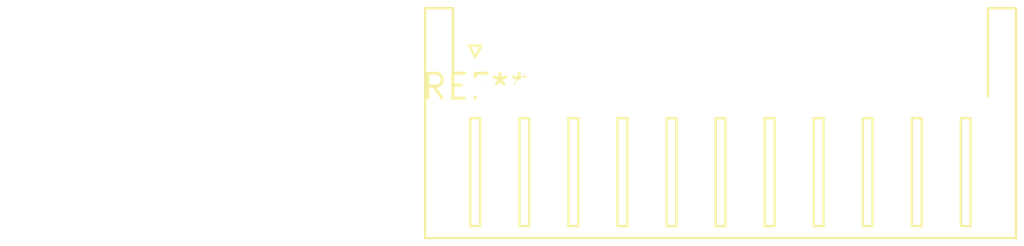
<source format=kicad_pcb>
(kicad_pcb (version 20240108) (generator pcbnew)
  (layers (0 "F.Cu" signal) (31 "B.Cu" signal) (34 "B.Paste" user) (35 "F.Paste" user) (36 "B.SilkS" user "B.Silkscreen") (37 "F.SilkS" user "F.Silkscreen") (38 "B.Mask" user) (39 "F.Mask" user) (44 "Edge.Cuts" user))
  (net 0 "")
  (footprint "JST_XH_S11B-XH-A-1_1x11_P2.50mm_Horizontal" (layer "F.Cu") (at 0 0)
    (property "Reference" "REF**")
    (property "Value" "JST_XH_S11B-XH-A-1_1x11_P2.50mm_Horizontal")
    (fp_line (start -2.56 -4.01) (end -1.14 -4.01) (layer "F.SilkS") (stroke (width 0.12)))
    (fp_line (start -2.56 7.71) (end -2.56 -4.01) (layer "F.SilkS") (stroke (width 0.12)))
    (fp_line (start -1.14 -4.01) (end -1.14 0.49) (layer "F.SilkS") (stroke (width 0.12)))
    (fp_line (start -0.3 -2.1) (end 0.3 -2.1) (layer "F.SilkS") (stroke (width 0.12)))
    (fp_line (start -0.25 1.6) (end -0.25 7.1) (layer "F.SilkS") (stroke (width 0.12)))
    (fp_line (start -0.25 7.1) (end 0.25 7.1) (layer "F.SilkS") (stroke (width 0.12)))
    (fp_line (start 0 -1.5) (end -0.3 -2.1) (layer "F.SilkS") (stroke (width 0.12)))
    (fp_line (start 0.25 1.6) (end -0.25 1.6) (layer "F.SilkS") (stroke (width 0.12)))
    (fp_line (start 0.25 7.1) (end 0.25 1.6) (layer "F.SilkS") (stroke (width 0.12)))
    (fp_line (start 0.3 -2.1) (end 0 -1.5) (layer "F.SilkS") (stroke (width 0.12)))
    (fp_line (start 2.25 1.6) (end 2.25 7.1) (layer "F.SilkS") (stroke (width 0.12)))
    (fp_line (start 2.25 7.1) (end 2.75 7.1) (layer "F.SilkS") (stroke (width 0.12)))
    (fp_line (start 2.75 1.6) (end 2.25 1.6) (layer "F.SilkS") (stroke (width 0.12)))
    (fp_line (start 2.75 7.1) (end 2.75 1.6) (layer "F.SilkS") (stroke (width 0.12)))
    (fp_line (start 4.75 1.6) (end 4.75 7.1) (layer "F.SilkS") (stroke (width 0.12)))
    (fp_line (start 4.75 7.1) (end 5.25 7.1) (layer "F.SilkS") (stroke (width 0.12)))
    (fp_line (start 5.25 1.6) (end 4.75 1.6) (layer "F.SilkS") (stroke (width 0.12)))
    (fp_line (start 5.25 7.1) (end 5.25 1.6) (layer "F.SilkS") (stroke (width 0.12)))
    (fp_line (start 7.25 1.6) (end 7.25 7.1) (layer "F.SilkS") (stroke (width 0.12)))
    (fp_line (start 7.25 7.1) (end 7.75 7.1) (layer "F.SilkS") (stroke (width 0.12)))
    (fp_line (start 7.75 1.6) (end 7.25 1.6) (layer "F.SilkS") (stroke (width 0.12)))
    (fp_line (start 7.75 7.1) (end 7.75 1.6) (layer "F.SilkS") (stroke (width 0.12)))
    (fp_line (start 9.75 1.6) (end 9.75 7.1) (layer "F.SilkS") (stroke (width 0.12)))
    (fp_line (start 9.75 7.1) (end 10.25 7.1) (layer "F.SilkS") (stroke (width 0.12)))
    (fp_line (start 10.25 1.6) (end 9.75 1.6) (layer "F.SilkS") (stroke (width 0.12)))
    (fp_line (start 10.25 7.1) (end 10.25 1.6) (layer "F.SilkS") (stroke (width 0.12)))
    (fp_line (start 12.25 1.6) (end 12.25 7.1) (layer "F.SilkS") (stroke (width 0.12)))
    (fp_line (start 12.25 7.1) (end 12.75 7.1) (layer "F.SilkS") (stroke (width 0.12)))
    (fp_line (start 12.5 7.71) (end -2.56 7.71) (layer "F.SilkS") (stroke (width 0.12)))
    (fp_line (start 12.5 7.71) (end 27.56 7.71) (layer "F.SilkS") (stroke (width 0.12)))
    (fp_line (start 12.75 1.6) (end 12.25 1.6) (layer "F.SilkS") (stroke (width 0.12)))
    (fp_line (start 12.75 7.1) (end 12.75 1.6) (layer "F.SilkS") (stroke (width 0.12)))
    (fp_line (start 14.75 1.6) (end 14.75 7.1) (layer "F.SilkS") (stroke (width 0.12)))
    (fp_line (start 14.75 7.1) (end 15.25 7.1) (layer "F.SilkS") (stroke (width 0.12)))
    (fp_line (start 15.25 1.6) (end 14.75 1.6) (layer "F.SilkS") (stroke (width 0.12)))
    (fp_line (start 15.25 7.1) (end 15.25 1.6) (layer "F.SilkS") (stroke (width 0.12)))
    (fp_line (start 17.25 1.6) (end 17.25 7.1) (layer "F.SilkS") (stroke (width 0.12)))
    (fp_line (start 17.25 7.1) (end 17.75 7.1) (layer "F.SilkS") (stroke (width 0.12)))
    (fp_line (start 17.75 1.6) (end 17.25 1.6) (layer "F.SilkS") (stroke (width 0.12)))
    (fp_line (start 17.75 7.1) (end 17.75 1.6) (layer "F.SilkS") (stroke (width 0.12)))
    (fp_line (start 19.75 1.6) (end 19.75 7.1) (layer "F.SilkS") (stroke (width 0.12)))
    (fp_line (start 19.75 7.1) (end 20.25 7.1) (layer "F.SilkS") (stroke (width 0.12)))
    (fp_line (start 20.25 1.6) (end 19.75 1.6) (layer "F.SilkS") (stroke (width 0.12)))
    (fp_line (start 20.25 7.1) (end 20.25 1.6) (layer "F.SilkS") (stroke (width 0.12)))
    (fp_line (start 22.25 1.6) (end 22.25 7.1) (layer "F.SilkS") (stroke (width 0.12)))
    (fp_line (start 22.25 7.1) (end 22.75 7.1) (layer "F.SilkS") (stroke (width 0.12)))
    (fp_line (start 22.75 1.6) (end 22.25 1.6) (layer "F.SilkS") (stroke (width 0.12)))
    (fp_line (start 22.75 7.1) (end 22.75 1.6) (layer "F.SilkS") (stroke (width 0.12)))
    (fp_line (start 24.75 1.6) (end 24.75 7.1) (layer "F.SilkS") (stroke (width 0.12)))
    (fp_line (start 24.75 7.1) (end 25.25 7.1) (layer "F.SilkS") (stroke (width 0.12)))
    (fp_line (start 25.25 1.6) (end 24.75 1.6) (layer "F.SilkS") (stroke (width 0.12)))
    (fp_line (start 25.25 7.1) (end 25.25 1.6) (layer "F.SilkS") (stroke (width 0.12)))
    (fp_line (start 26.14 -4.01) (end 26.14 0.49) (layer "F.SilkS") (stroke (width 0.12)))
    (fp_line (start 27.56 -4.01) (end 26.14 -4.01) (layer "F.SilkS") (stroke (width 0.12)))
    (fp_line (start 27.56 7.71) (end 27.56 -4.01) (layer "F.SilkS") (stroke (width 0.12)))
    (pad "1" thru_hole roundrect (at 0 0) (size 1.7 1.95) (drill 0.95) (layers *.Cu *.Mask) (remove_unused_layers) (roundrect_rratio 0.147059))
    (pad "2" thru_hole oval (at 2.5 0) (size 1.7 1.95) (drill 0.95) (layers *.Cu *.Mask) (remove_unused_layers))
    (pad "3" thru_hole oval (at 5 0) (size 1.7 1.95) (drill 0.95) (layers *.Cu *.Mask) (remove_unused_layers))
    (pad "4" thru_hole oval (at 7.5 0) (size 1.7 1.95) (drill 0.95) (layers *.Cu *.Mask) (remove_unused_layers))
    (pad "5" thru_hole oval (at 10 0) (size 1.7 1.95) (drill 0.95) (layers *.Cu *.Mask) (remove_unused_layers))
    (pad "6" thru_hole oval (at 12.5 0) (size 1.7 1.95) (drill 0.95) (layers *.Cu *.Mask) (remove_unused_layers))
    (pad "7" thru_hole oval (at 15 0) (size 1.7 1.95) (drill 0.95) (layers *.Cu *.Mask) (remove_unused_layers))
    (pad "8" thru_hole oval (at 17.5 0) (size 1.7 1.95) (drill 0.95) (layers *.Cu *.Mask) (remove_unused_layers))
    (pad "9" thru_hole oval (at 20 0) (size 1.7 1.95) (drill 0.95) (layers *.Cu *.Mask) (remove_unused_layers))
    (pad "10" thru_hole oval (at 22.5 0) (size 1.7 1.95) (drill 0.95) (layers *.Cu *.Mask) (remove_unused_layers))
    (pad "11" thru_hole oval (at 25 0) (size 1.7 1.95) (drill 0.95) (layers *.Cu *.Mask) (remove_unused_layers))
  )
)
</source>
